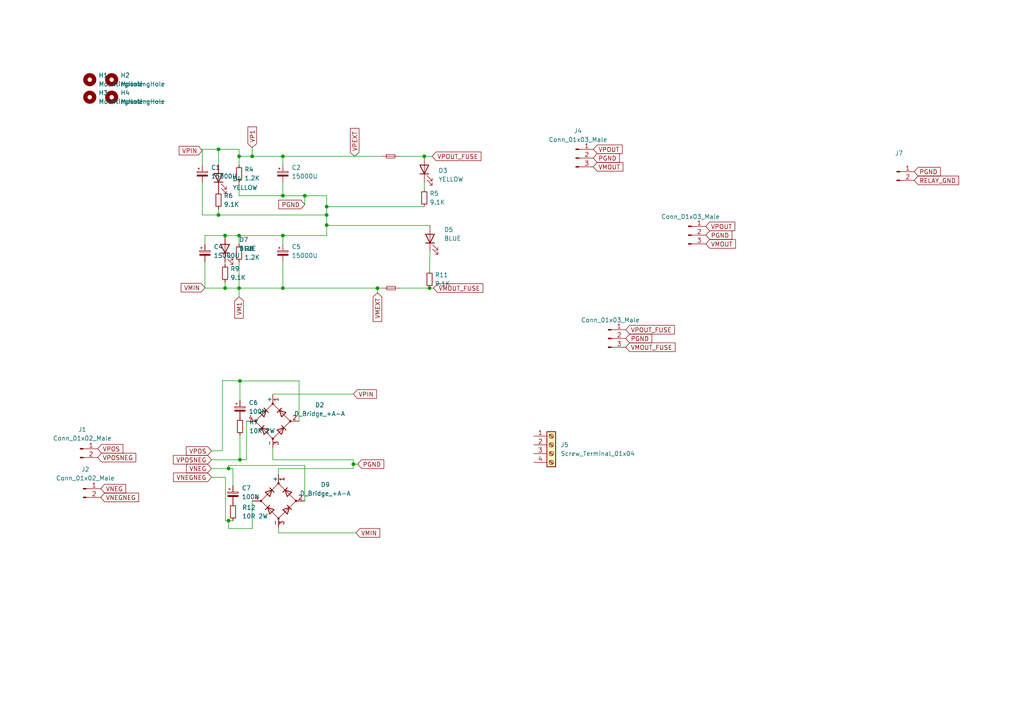
<source format=kicad_sch>
(kicad_sch (version 20230121) (generator eeschema)
  (paper "A4")
  (lib_symbols
    (symbol "Connector:Conn_01x02_Male" (pin_names (offset 1.016) hide)
      (property "Reference" "J" (at 0 2.54 0))
      (property "Value" "Conn_01x02_Male" (at 0 -5.08 0))
      (symbol "Conn_01x02_Male_1_1"
        (polyline (pts (xy 1.27 -2.54) (xy 0.8636 -2.54)) (stroke (width 0.1524)))
        (polyline (pts (xy 1.27 0) (xy 0.8636 0)) (stroke (width 0.1524)))
        (rectangle (start 0.8636 -2.413) (end 0 -2.667) (stroke (width 0.1524)) (fill (type outline)))
        (rectangle (start 0.8636 0.127) (end 0 -0.127) (stroke (width 0.1524)) (fill (type outline)))
        (pin passive line (at 5.08 0 180) (length 3.81) (name "Pin_1") (number "1"))
        (pin passive line (at 5.08 -2.54 180) (length 3.81) (name "Pin_2") (number "2"))
      )
    )
    (symbol "Connector:Conn_01x03_Male" (pin_names (offset 1.016) hide)
      (property "Reference" "J" (at 0 5.08 0))
      (property "Value" "Conn_01x03_Male" (at 0 -5.08 0))
      (symbol "Conn_01x03_Male_1_1"
        (polyline (pts (xy 1.27 -2.54) (xy 0.8636 -2.54)) (stroke (width 0.1524)))
        (polyline (pts (xy 1.27 0) (xy 0.8636 0)) (stroke (width 0.1524)))
        (polyline (pts (xy 1.27 2.54) (xy 0.8636 2.54)) (stroke (width 0.1524)))
        (rectangle (start 0.8636 -2.413) (end 0 -2.667) (stroke (width 0.1524)) (fill (type outline)))
        (rectangle (start 0.8636 0.127) (end 0 -0.127) (stroke (width 0.1524)) (fill (type outline)))
        (rectangle (start 0.8636 2.667) (end 0 2.413) (stroke (width 0.1524)) (fill (type outline)))
        (pin passive line (at 5.08 2.54 180) (length 3.81) (name "Pin_1") (number "1"))
        (pin passive line (at 5.08 0 180) (length 3.81) (name "Pin_2") (number "2"))
        (pin passive line (at 5.08 -2.54 180) (length 3.81) (name "Pin_3") (number "3"))
      )
    )
    (symbol "Connector:Screw_Terminal_01x04" (pin_names (offset 1.016) hide)
      (property "Reference" "J" (at 0 5.08 0))
      (property "Value" "Screw_Terminal_01x04" (at 0 -7.62 0))
      (symbol "Screw_Terminal_01x04_1_1"
        (rectangle (start -1.27 3.81) (end 1.27 -6.35) (stroke (width 0.254)) (fill (type background)))
        (circle (center 0 -5.08) (radius 0.635) (stroke (width 0.1524)))
        (circle (center 0 -2.54) (radius 0.635) (stroke (width 0.1524)))
        (polyline (pts (xy -0.5334 -4.7498) (xy 0.3302 -5.588)) (stroke (width 0.1524)))
        (polyline (pts (xy -0.5334 -2.2098) (xy 0.3302 -3.048)) (stroke (width 0.1524)))
        (polyline (pts (xy -0.5334 0.3302) (xy 0.3302 -0.508)) (stroke (width 0.1524)))
        (polyline (pts (xy -0.5334 2.8702) (xy 0.3302 2.032)) (stroke (width 0.1524)))
        (polyline (pts (xy -0.3556 -4.572) (xy 0.508 -5.4102)) (stroke (width 0.1524)))
        (polyline (pts (xy -0.3556 -2.032) (xy 0.508 -2.8702)) (stroke (width 0.1524)))
        (polyline (pts (xy -0.3556 0.508) (xy 0.508 -0.3302)) (stroke (width 0.1524)))
        (polyline (pts (xy -0.3556 3.048) (xy 0.508 2.2098)) (stroke (width 0.1524)))
        (circle (center 0 0) (radius 0.635) (stroke (width 0.1524)))
        (circle (center 0 2.54) (radius 0.635) (stroke (width 0.1524)))
        (pin passive line (at -5.08 2.54 0) (length 3.81) (name "Pin_1") (number "1"))
        (pin passive line (at -5.08 0 0) (length 3.81) (name "Pin_2") (number "2"))
        (pin passive line (at -5.08 -2.54 0) (length 3.81) (name "Pin_3") (number "3"))
        (pin passive line (at -5.08 -5.08 0) (length 3.81) (name "Pin_4") (number "4"))
      )
    )
    (symbol "Device:C_Polarized_Small" (pin_numbers hide) (pin_names (offset 0.254) hide)
      (property "Reference" "C" (at 0.254 1.778 0))
      (property "Value" "C_Polarized_Small" (at 0.254 -2.032 0))
      (symbol "C_Polarized_Small_0_1"
        (rectangle (start -1.524 -0.3048) (end 1.524 -0.6858) (fill (type outline)))
        (rectangle (start -1.524 0.6858) (end 1.524 0.3048))
        (polyline (pts (xy -1.27 1.524) (xy -0.762 1.524)))
        (polyline (pts (xy -1.016 1.27) (xy -1.016 1.778)))
      )
      (symbol "C_Polarized_Small_1_1"
        (pin passive line (at 0 2.54 270) (length 1.8542) (name "~") (number "1"))
        (pin passive line (at 0 -2.54 90) (length 1.8542) (name "~") (number "2"))
      )
    )
    (symbol "Device:D_Bridge_+A-A" (pin_names (offset 0))
      (property "Reference" "D" (at 2.54 6.985 0))
      (property "Value" "D_Bridge_+A-A" (at 2.54 5.08 0))
      (symbol "D_Bridge_+A-A_0_1"
        (circle (center -5.08 0) (radius 0.254) (fill (type outline)))
        (circle (center 0 -5.08) (radius 0.254) (fill (type outline)))
        (polyline (pts (xy -2.54 3.81) (xy -1.27 2.54)) (stroke (width 0.254)))
        (polyline (pts (xy -1.27 -2.54) (xy -2.54 -3.81)) (stroke (width 0.254)))
        (polyline (pts (xy 2.54 -1.27) (xy 3.81 -2.54)) (stroke (width 0.254)))
        (polyline (pts (xy 2.54 1.27) (xy 3.81 2.54)) (stroke (width 0.254)))
        (polyline (pts (xy -3.81 2.54) (xy -2.54 1.27) (xy -1.905 3.175) (xy -3.81 2.54)) (stroke (width 0.254)))
        (polyline (pts (xy -2.54 -1.27) (xy -3.81 -2.54) (xy -1.905 -3.175) (xy -2.54 -1.27)) (stroke (width 0.254)))
        (polyline (pts (xy 1.27 2.54) (xy 2.54 3.81) (xy 3.175 1.905) (xy 1.27 2.54)) (stroke (width 0.254)))
        (polyline (pts (xy 3.175 -1.905) (xy 1.27 -2.54) (xy 2.54 -3.81) (xy 3.175 -1.905)) (stroke (width 0.254)))
        (polyline (pts (xy -5.08 0) (xy 0 -5.08) (xy 5.08 0) (xy 0 5.08) (xy -5.08 0)))
        (circle (center 0 5.08) (radius 0.254) (fill (type outline)))
        (circle (center 5.08 0) (radius 0.254) (fill (type outline)))
      )
      (symbol "D_Bridge_+A-A_1_1"
        (pin passive line (at 7.62 0 180) (length 2.54) (name "+") (number "1"))
        (pin passive line (at 0 -7.62 90) (length 2.54) (name "~") (number "2"))
        (pin passive line (at -7.62 0 0) (length 2.54) (name "-") (number "3"))
        (pin passive line (at 0 7.62 270) (length 2.54) (name "~") (number "4"))
      )
    )
    (symbol "Device:Fuse_Small" (pin_numbers hide) (pin_names (offset 0.254) hide)
      (property "Reference" "F" (at 0 -1.524 0))
      (property "Value" "Fuse_Small" (at 0 1.524 0))
      (symbol "Fuse_Small_0_1"
        (rectangle (start -1.27 0.508) (end 1.27 -0.508))
        (polyline (pts (xy -1.27 0) (xy 1.27 0)))
      )
      (symbol "Fuse_Small_1_1"
        (pin passive line (at -2.54 0 0) (length 1.27) (name "~") (number "1"))
        (pin passive line (at 2.54 0 180) (length 1.27) (name "~") (number "2"))
      )
    )
    (symbol "Device:LED" (pin_numbers hide) (pin_names (offset 1.016) hide)
      (property "Reference" "D" (at 0 2.54 0))
      (property "Value" "LED" (at 0 -2.54 0))
      (symbol "LED_0_1"
        (polyline (pts (xy -1.27 -1.27) (xy -1.27 1.27)) (stroke (width 0.254)))
        (polyline (pts (xy -1.27 0) (xy 1.27 0)))
        (polyline (pts (xy 1.27 -1.27) (xy 1.27 1.27) (xy -1.27 0) (xy 1.27 -1.27)) (stroke (width 0.254)))
        (polyline (pts (xy -3.048 -0.762) (xy -4.572 -2.286) (xy -3.81 -2.286) (xy -4.572 -2.286) (xy -4.572 -1.524)))
        (polyline (pts (xy -1.778 -0.762) (xy -3.302 -2.286) (xy -2.54 -2.286) (xy -3.302 -2.286) (xy -3.302 -1.524)))
      )
      (symbol "LED_1_1"
        (pin passive line (at -3.81 0 0) (length 2.54) (name "K") (number "1"))
        (pin passive line (at 3.81 0 180) (length 2.54) (name "A") (number "2"))
      )
    )
    (symbol "Device:R_Small" (pin_numbers hide) (pin_names (offset 0.254) hide)
      (property "Reference" "R" (at 0.762 0.508 0))
      (property "Value" "R_Small" (at 0.762 -1.016 0))
      (symbol "R_Small_0_1"
        (rectangle (start -0.762 1.778) (end 0.762 -1.778) (stroke (width 0.2032)))
      )
      (symbol "R_Small_1_1"
        (pin passive line (at 0 2.54 270) (length 0.762) (name "~") (number "1"))
        (pin passive line (at 0 -2.54 90) (length 0.762) (name "~") (number "2"))
      )
    )
    (symbol "Mechanical:MountingHole" (pin_names (offset 1.016))
      (property "Reference" "H" (at 0 5.08 0))
      (property "Value" "MountingHole" (at 0 3.175 0))
      (symbol "MountingHole_0_1"
        (circle (center 0 0) (radius 1.27) (stroke (width 1.27)))
      )
    )
  )
  (junction (at 65.278 68.326))
  (junction (at 69.342 68.326))
  (junction (at 123.063 45.339))
  (junction (at 94.742 65.278))
  (junction (at 69.342 45.339))
  (junction (at 66.294 135.89))
  (junction (at 94.742 62.357))
  (junction (at 82.042 83.566))
  (junction (at 88.392 56.769))
  (junction (at 73.152 45.339))
  (junction (at 82.042 45.339))
  (junction (at 63.373 43.307))
  (junction (at 109.474 83.566))
  (junction (at 66.294 151.003))
  (junction (at 82.042 68.326))
  (junction (at 82.042 56.769))
  (junction (at 65.278 83.566))
  (junction (at 69.342 83.566))
  (junction (at 102.489 134.62))
  (junction (at 69.596 110.49))
  (junction (at 124.587 83.566))
  (junction (at 94.742 59.944))
  (junction (at 63.373 62.357))
  (junction (at 69.596 133.35))
  (wire (pts (xy 59.436 68.326) (xy 65.278 68.326)))
  (wire (pts (xy 67.564 151.003) (xy 66.294 151.003)))
  (wire (pts (xy 65.278 68.326) (xy 69.342 68.326)))
  (wire (pts (xy 80.772 135.89) (xy 102.489 135.89)))
  (wire (pts (xy 94.742 56.769) (xy 94.742 59.944)))
  (wire (pts (xy 69.342 45.339) (xy 69.342 47.879)))
  (wire (pts (xy 69.596 110.49) (xy 64.516 110.363)))
  (wire (pts (xy 82.042 68.326) (xy 94.742 68.326)))
  (wire (pts (xy 69.342 68.326) (xy 82.042 68.326)))
  (wire (pts (xy 65.278 83.566) (xy 69.342 83.566)))
  (wire (pts (xy 69.342 83.566) (xy 69.342 86.106)))
  (wire (pts (xy 102.489 134.62) (xy 102.489 135.89)))
  (wire (pts (xy 80.772 135.89) (xy 80.772 137.668)))
  (wire (pts (xy 58.674 43.307) (xy 58.674 47.879)))
  (wire (pts (xy 61.341 133.35) (xy 69.596 133.35)))
  (wire (pts (xy 64.516 130.683) (xy 61.341 130.81)))
  (wire (pts (xy 66.294 135.89) (xy 67.564 135.89)))
  (wire (pts (xy 73.152 153.289) (xy 66.294 153.289)))
  (wire (pts (xy 64.516 110.363) (xy 64.516 130.683)))
  (wire (pts (xy 63.373 47.752) (xy 63.373 43.307)))
  (wire (pts (xy 94.615 65.405) (xy 94.615 65.278)))
  (wire (pts (xy 79.121 114.554) (xy 79.121 114.3)))
  (wire (pts (xy 102.489 134.62) (xy 103.759 134.62)))
  (wire (pts (xy 73.152 145.288) (xy 73.152 153.289)))
  (wire (pts (xy 123.063 45.339) (xy 125.349 45.339)))
  (wire (pts (xy 88.392 56.769) (xy 94.742 56.769)))
  (wire (pts (xy 58.674 43.307) (xy 63.373 43.307)))
  (wire (pts (xy 124.714 73.025) (xy 124.587 78.486)))
  (wire (pts (xy 82.042 56.769) (xy 82.042 52.959)))
  (wire (pts (xy 63.373 55.499) (xy 63.373 55.372)))
  (wire (pts (xy 73.152 45.339) (xy 82.042 45.339)))
  (wire (pts (xy 80.772 154.559) (xy 103.251 154.559)))
  (wire (pts (xy 80.772 154.559) (xy 80.772 152.908)))
  (wire (pts (xy 82.042 83.566) (xy 109.474 83.566)))
  (wire (pts (xy 69.596 110.49) (xy 69.596 116.078)))
  (wire (pts (xy 69.342 56.769) (xy 82.042 56.769)))
  (wire (pts (xy 82.042 45.339) (xy 110.744 45.339)))
  (wire (pts (xy 109.474 83.566) (xy 110.871 83.566)))
  (wire (pts (xy 115.951 83.566) (xy 124.587 83.566)))
  (wire (pts (xy 88.392 135.001) (xy 66.294 135.001)))
  (wire (pts (xy 58.674 52.959) (xy 58.674 62.357)))
  (wire (pts (xy 59.436 83.566) (xy 65.278 83.566)))
  (wire (pts (xy 66.294 151.003) (xy 65.405 151.003)))
  (wire (pts (xy 123.063 54.864) (xy 123.063 52.959)))
  (wire (pts (xy 58.674 62.357) (xy 63.373 62.357)))
  (wire (pts (xy 86.741 110.49) (xy 86.741 122.174)))
  (wire (pts (xy 94.742 59.944) (xy 94.742 62.357)))
  (wire (pts (xy 63.373 43.307) (xy 69.342 43.307)))
  (wire (pts (xy 69.342 75.946) (xy 69.342 83.566)))
  (wire (pts (xy 65.278 75.946) (xy 65.278 76.708)))
  (wire (pts (xy 82.042 56.769) (xy 88.392 56.769)))
  (wire (pts (xy 94.742 62.357) (xy 94.742 65.278)))
  (wire (pts (xy 79.121 114.3) (xy 102.489 114.3)))
  (wire (pts (xy 69.342 83.566) (xy 82.042 83.566)))
  (wire (pts (xy 82.042 68.326) (xy 82.042 70.866)))
  (wire (pts (xy 88.392 56.769) (xy 88.392 59.309)))
  (wire (pts (xy 46.99 29.464) (xy 41.91 29.337)))
  (wire (pts (xy 69.596 126.238) (xy 69.596 133.35)))
  (wire (pts (xy 61.341 138.43) (xy 65.405 138.43)))
  (wire (pts (xy 63.373 60.579) (xy 63.373 62.357)))
  (wire (pts (xy 115.824 45.339) (xy 123.063 45.339)))
  (wire (pts (xy 65.278 81.788) (xy 65.278 83.566)))
  (wire (pts (xy 124.587 83.566) (xy 125.73 83.566)))
  (wire (pts (xy 79.121 129.794) (xy 79.121 133.35)))
  (wire (pts (xy 67.564 135.89) (xy 67.564 140.843)))
  (wire (pts (xy 59.436 70.866) (xy 59.436 68.326)))
  (wire (pts (xy 66.294 135.001) (xy 66.294 135.89)))
  (wire (pts (xy 69.342 52.959) (xy 69.342 56.769)))
  (wire (pts (xy 79.121 133.35) (xy 102.489 133.35)))
  (wire (pts (xy 69.342 43.307) (xy 69.342 45.339)))
  (wire (pts (xy 94.742 65.278) (xy 94.742 68.326)))
  (wire (pts (xy 86.741 110.49) (xy 69.596 110.49)))
  (wire (pts (xy 82.042 45.339) (xy 82.042 47.879)))
  (wire (pts (xy 94.742 59.944) (xy 123.063 59.944)))
  (wire (pts (xy 109.474 83.566) (xy 109.474 84.963)))
  (wire (pts (xy 71.501 122.174) (xy 71.501 133.35)))
  (wire (pts (xy 73.152 42.799) (xy 73.152 45.339)))
  (wire (pts (xy 65.405 151.003) (xy 65.405 138.43)))
  (wire (pts (xy 82.042 75.946) (xy 82.042 83.566)))
  (wire (pts (xy 102.489 133.35) (xy 102.489 134.62)))
  (wire (pts (xy 66.294 151.003) (xy 66.294 153.289)))
  (wire (pts (xy 69.342 68.326) (xy 69.342 70.866)))
  (wire (pts (xy 63.373 62.357) (xy 94.742 62.357)))
  (wire (pts (xy 88.392 135.001) (xy 88.392 145.288)))
  (wire (pts (xy 94.615 65.278) (xy 94.742 65.278)))
  (wire (pts (xy 61.341 135.89) (xy 66.294 135.89)))
  (wire (pts (xy 94.615 65.405) (xy 124.714 65.405)))
  (wire (pts (xy 59.436 75.946) (xy 59.436 83.566)))
  (wire (pts (xy 69.342 45.339) (xy 73.152 45.339)))
  (wire (pts (xy 69.596 133.35) (xy 71.501 133.35)))
  (global_label "VMEXT" (shape input) (at 109.474 84.963 270) (property "Intersheetrefs" "${INTERSHEET_REFS}" (effects hide)))
  (global_label "VPOSNEG" (shape input) (at 28.321 132.715 0) (property "Intersheetrefs" "${INTERSHEET_REFS}" (effects hide)))
  (global_label "VMIN" (shape input) (at 59.436 83.439 180) (property "Intersheetrefs" "${INTERSHEET_REFS}" (effects hide)))
  (global_label "VP1" (shape input) (at 73.152 42.799 90) (property "Intersheetrefs" "${INTERSHEET_REFS}" (effects hide)))
  (global_label "PGND" (shape input) (at 103.759 134.62 0) (property "Intersheetrefs" "${INTERSHEET_REFS}" (effects hide)))
  (global_label "VNEGNEG" (shape input) (at 61.341 138.43 180) (property "Intersheetrefs" "${INTERSHEET_REFS}" (effects hide)))
  (global_label "RELAY_GND" (shape input) (at 265.176 52.324 0) (property "Intersheetrefs" "${INTERSHEET_REFS}" (effects hide)))
  (global_label "VPIN" (shape input) (at 102.489 114.3 0) (property "Intersheetrefs" "${INTERSHEET_REFS}" (effects hide)))
  (global_label "VMOUT_FUSE" (shape input) (at 125.73 83.566 0) (property "Intersheetrefs" "${INTERSHEET_REFS}" (effects hide)))
  (global_label "VPOUT" (shape input) (at 172.085 43.307 0) (property "Intersheetrefs" "${INTERSHEET_REFS}" (effects hide)))
  (global_label "VPEXT" (shape input) (at 102.87 45.339 90) (property "Intersheetrefs" "${INTERSHEET_REFS}" (effects hide)))
  (global_label "VM1" (shape input) (at 69.342 86.106 270) (property "Intersheetrefs" "${INTERSHEET_REFS}" (effects hide)))
  (global_label "VPIN" (shape input) (at 58.674 43.688 180) (property "Intersheetrefs" "${INTERSHEET_REFS}" (effects hide)))
  (global_label "PGND" (shape input) (at 204.724 68.199 0) (property "Intersheetrefs" "${INTERSHEET_REFS}" (effects hide)))
  (global_label "VPOUT_FUSE" (shape input) (at 181.483 95.631 0) (property "Intersheetrefs" "${INTERSHEET_REFS}" (effects hide)))
  (global_label "PGND" (shape input) (at 172.085 45.847 0) (property "Intersheetrefs" "${INTERSHEET_REFS}" (effects hide)))
  (global_label "VMOUT_FUSE" (shape input) (at 181.483 100.711 0) (property "Intersheetrefs" "${INTERSHEET_REFS}" (effects hide)))
  (global_label "VNEG" (shape input) (at 29.21 141.732 0) (property "Intersheetrefs" "${INTERSHEET_REFS}" (effects hide)))
  (global_label "VPOUT" (shape input) (at 204.724 65.659 0) (property "Intersheetrefs" "${INTERSHEET_REFS}" (effects hide)))
  (global_label "VPOS" (shape input) (at 28.321 130.175 0) (property "Intersheetrefs" "${INTERSHEET_REFS}" (effects hide)))
  (global_label "VMOUT" (shape input) (at 172.085 48.387 0) (property "Intersheetrefs" "${INTERSHEET_REFS}" (effects hide)))
  (global_label "PGND" (shape input) (at 181.483 98.171 0) (property "Intersheetrefs" "${INTERSHEET_REFS}" (effects hide)))
  (global_label "VMOUT" (shape input) (at 204.724 70.739 0) (property "Intersheetrefs" "${INTERSHEET_REFS}" (effects hide)))
  (global_label "VNEGNEG" (shape input) (at 29.21 144.272 0) (property "Intersheetrefs" "${INTERSHEET_REFS}" (effects hide)))
  (global_label "VNEG" (shape input) (at 61.341 135.89 180) (property "Intersheetrefs" "${INTERSHEET_REFS}" (effects hide)))
  (global_label "VPOSNEG" (shape input) (at 61.341 133.35 180) (property "Intersheetrefs" "${INTERSHEET_REFS}" (effects hide)))
  (global_label "PGND" (shape input) (at 265.176 49.784 0) (property "Intersheetrefs" "${INTERSHEET_REFS}" (effects hide)))
  (global_label "VMIN" (shape input) (at 103.251 154.559 0) (property "Intersheetrefs" "${INTERSHEET_REFS}" (effects hide)))
  (global_label "PGND" (shape input) (at 88.392 59.309 180) (property "Intersheetrefs" "${INTERSHEET_REFS}" (effects hide)))
  (global_label "VPOUT_FUSE" (shape input) (at 125.349 45.339 0) (property "Intersheetrefs" "${INTERSHEET_REFS}" (effects hide)))
  (global_label "VPOS" (shape input) (at 61.341 130.81 180) (property "Intersheetrefs" "${INTERSHEET_REFS}" (effects hide)))
  (symbol (lib_id "Device:C_Polarized_Small") (at 82.042 73.406 0) (unit 1)
    (property "Reference" "C5" (at 84.582 71.5898 0) (effects (justify left)))
    (property "Value" "15000U" (at 84.582 74.1298 0) (effects (justify left)))
    (property "Footprint" "Capacitor_THT:CP_Radial_D30.0mm_P10.00mm_SnapIn" (effects hide))
  )
  (symbol (lib_id "Device:R_Small") (at 123.063 57.404 0) (unit 1)
    (property "Reference" "R5" (at 124.587 56.1339 0) (effects (justify left)))
    (property "Value" "9.1K" (at 124.587 58.6739 0) (effects (justify left)))
    (property "Footprint" "Resistor_SMD:R_0805_2012Metric_Pad1.20x1.40mm_HandSolder" (effects hide))
  )
  (symbol (lib_id "Mechanical:MountingHole") (at 26.035 28.194 0) (unit 1)
    (property "Reference" "H3" (at 28.575 26.9239 0) (effects (justify left)))
    (property "Value" "MountingHole" (at 28.575 29.4639 0) (effects (justify left)))
    (property "Footprint" "MountingHole:MountingHole_3mm" (effects hide))
  )
  (symbol (lib_id "Mechanical:MountingHole") (at 26.035 23.114 0) (unit 1)
    (property "Reference" "H1" (at 28.575 21.8439 0) (effects (justify left)))
    (property "Value" "MountingHole" (at 28.575 24.3839 0) (effects (justify left)))
    (property "Footprint" "MountingHole:MountingHole_3mm" (effects hide))
  )
  (symbol (lib_id "Device:C_Polarized_Small") (at 58.674 50.419 0) (unit 1)
    (property "Reference" "C1" (at 61.214 48.6028 0) (effects (justify left)))
    (property "Value" "15000U" (at 61.214 51.1428 0) (effects (justify left)))
    (property "Footprint" "Capacitor_THT:CP_Radial_D30.0mm_P10.00mm_SnapIn" (effects hide))
  )
  (symbol (lib_id "Device:C_Polarized_Small") (at 59.436 73.406 0) (unit 1)
    (property "Reference" "C4" (at 61.976 71.5898 0) (effects (justify left)))
    (property "Value" "15000U" (at 61.976 74.1298 0) (effects (justify left)))
    (property "Footprint" "Capacitor_THT:CP_Radial_D30.0mm_P10.00mm_SnapIn" (effects hide))
  )
  (symbol (lib_id "Device:R_Small") (at 69.596 123.698 0) (unit 1)
    (property "Reference" "R7" (at 72.263 122.4279 0) (effects (justify left)))
    (property "Value" "10R 2W" (at 72.263 124.9679 0) (effects (justify left)))
    (property "Footprint" "Resistor_THT:R_Axial_DIN0411_L9.9mm_D3.6mm_P15.24mm_Horizontal" (effects hide))
  )
  (symbol (lib_id "Connector:Conn_01x03_Male") (at 199.644 68.199 0) (unit 1)
    (property "Reference" "J10" (effects hide))
    (property "Value" "Conn_01x03_Male" (at 200.279 62.865 0))
    (property "Footprint" "Connector_JST:JST_VH_B3P-VH_1x03_P3.96mm_Vertical" (effects hide))
  )
  (symbol (lib_id "Connector:Conn_01x03_Male") (at 176.403 98.171 0) (unit 1)
    (property "Reference" "J3" (effects hide))
    (property "Value" "Conn_01x03_Male" (at 177.038 92.837 0))
    (property "Footprint" "Connector_JST:JST_VH_B3P-VH_1x03_P3.96mm_Vertical" (effects hide))
  )
  (symbol (lib_id "Device:Fuse_Small") (at 113.411 83.566 0) (unit 1)
    (property "Reference" "F2" (effects hide))
    (property "Value" "Fuse_Small" (effects hide))
    (property "Footprint" "Components:Aliexpress Fuse 5x20" (effects hide))
  )
  (symbol (lib_id "Device:D_Bridge_+A-A") (at 79.121 122.174 90) (unit 1)
    (property "Reference" "D2" (at 92.71 117.475 90))
    (property "Value" "D_Bridge_+A-A" (at 92.71 120.015 90))
    (property "Footprint" "Diode_SMD:Diode_Bridge_Vishay_DFS" (effects hide))
  )
  (symbol (lib_id "Device:D_Bridge_+A-A") (at 80.772 145.288 90) (unit 1)
    (property "Reference" "D9" (at 94.361 140.589 90))
    (property "Value" "D_Bridge_+A-A" (at 94.361 143.129 90))
    (property "Footprint" "Diode_SMD:Diode_Bridge_Vishay_DFS" (effects hide))
  )
  (symbol (lib_id "Device:R_Small") (at 124.587 81.026 0) (unit 1)
    (property "Reference" "R11" (at 126.111 79.7559 0) (effects (justify left)))
    (property "Value" "9.1K" (at 126.111 82.2959 0) (effects (justify left)))
    (property "Footprint" "Resistor_SMD:R_0805_2012Metric_Pad1.20x1.40mm_HandSolder" (effects hide))
  )
  (symbol (lib_id "Device:C_Polarized_Small") (at 82.042 50.419 0) (unit 1)
    (property "Reference" "C2" (at 84.582 48.6028 0) (effects (justify left)))
    (property "Value" "15000U" (at 84.582 51.1428 0) (effects (justify left)))
    (property "Footprint" "Capacitor_THT:CP_Radial_D30.0mm_P10.00mm_SnapIn" (effects hide))
  )
  (symbol (lib_id "Device:LED") (at 123.063 49.149 90) (unit 1)
    (property "Reference" "D3" (at 127.127 49.4664 90) (effects (justify right)))
    (property "Value" "YELLOW" (at 127.127 52.0064 90) (effects (justify right)))
    (property "Footprint" "LED_SMD:LED_0805_2012Metric_Pad1.15x1.40mm_HandSolder" (effects hide))
  )
  (symbol (lib_id "Device:R_Small") (at 69.342 50.419 0) (unit 1)
    (property "Reference" "R4" (at 70.866 49.1489 0) (effects (justify left)))
    (property "Value" "1.2K" (at 70.866 51.6889 0) (effects (justify left)))
    (property "Footprint" "Resistor_THT:R_Axial_DIN0414_L11.9mm_D4.5mm_P15.24mm_Horizontal" (effects hide))
  )
  (symbol (lib_id "Device:R_Small") (at 63.373 58.039 0) (unit 1)
    (property "Reference" "R6" (at 64.897 56.7689 0) (effects (justify left)))
    (property "Value" "9.1K" (at 64.897 59.3089 0) (effects (justify left)))
    (property "Footprint" "Resistor_SMD:R_0805_2012Metric_Pad1.20x1.40mm_HandSolder" (effects hide))
  )
  (symbol (lib_id "Device:LED") (at 63.373 51.562 90) (unit 1)
    (property "Reference" "D4" (at 67.437 51.8794 90) (effects (justify right)))
    (property "Value" "YELLOW" (at 67.437 54.4194 90) (effects (justify right)))
    (property "Footprint" "LED_SMD:LED_0805_2012Metric_Pad1.15x1.40mm_HandSolder" (effects hide))
  )
  (symbol (lib_id "Device:R_Small") (at 67.564 148.463 0) (unit 1)
    (property "Reference" "R12" (at 70.231 147.1929 0) (effects (justify left)))
    (property "Value" "10R 2W" (at 70.231 149.7329 0) (effects (justify left)))
    (property "Footprint" "Resistor_THT:R_Axial_DIN0411_L9.9mm_D3.6mm_P15.24mm_Horizontal" (effects hide))
  )
  (symbol (lib_id "Device:C_Polarized_Small") (at 69.596 118.618 0) (unit 1)
    (property "Reference" "C6" (at 72.136 116.8018 0) (effects (justify left)))
    (property "Value" "100N" (at 72.136 119.3418 0) (effects (justify left)))
    (property "Footprint" "Capacitor_THT:C_Rect_L13.0mm_W6.0mm_P10.00mm_FKS3_FKP3_MKS4" (effects hide))
  )
  (symbol (lib_id "Mechanical:MountingHole") (at 32.385 28.194 0) (unit 1)
    (property "Reference" "H4" (at 34.925 26.9239 0) (effects (justify left)))
    (property "Value" "MountingHole" (at 34.925 29.4639 0) (effects (justify left)))
    (property "Footprint" "MountingHole:MountingHole_3.2mm_M3" (effects hide))
  )
  (symbol (lib_id "Connector:Screw_Terminal_01x04") (at 159.893 129.032 0) (unit 1)
    (property "Reference" "J5" (at 162.56 129.032 0) (effects (justify left)))
    (property "Value" "Screw_Terminal_01x04" (at 162.56 131.572 0) (effects (justify left)))
    (property "Footprint" "TerminalBlock:TerminalBlock_Altech_AK300-4_P5.00mm" (effects hide))
  )
  (symbol (lib_id "Device:C_Polarized_Small") (at 67.564 143.383 0) (unit 1)
    (property "Reference" "C7" (at 70.104 141.5668 0) (effects (justify left)))
    (property "Value" "100N" (at 70.104 144.1068 0) (effects (justify left)))
    (property "Footprint" "Capacitor_THT:C_Rect_L13.0mm_W6.0mm_P10.00mm_FKS3_FKP3_MKS4" (effects hide))
  )
  (symbol (lib_id "Device:R_Small") (at 69.342 73.406 0) (unit 1)
    (property "Reference" "R8" (at 70.866 72.1359 0) (effects (justify left)))
    (property "Value" "1.2K" (at 70.866 74.6759 0) (effects (justify left)))
    (property "Footprint" "Resistor_THT:R_Axial_DIN0414_L11.9mm_D4.5mm_P15.24mm_Horizontal" (effects hide))
  )
  (symbol (lib_id "Connector:Conn_01x02_Male") (at 24.13 141.732 0) (unit 1)
    (property "Reference" "J2" (at 24.765 136.144 0))
    (property "Value" "Conn_01x02_Male" (at 24.765 138.684 0))
    (property "Footprint" "Connector_JST:JST_VH_B2P-VH-B_1x02_P3.96mm_Vertical" (effects hide))
  )
  (symbol (lib_id "Connector:Conn_01x02_Male") (at 260.096 49.784 0) (unit 1)
    (property "Reference" "J7" (at 260.731 44.45 0))
    (property "Value" "Conn_01x02_Male" (effects hide))
    (property "Footprint" "Connector_JST:JST_VH_B2P-VH-B_1x02_P3.96mm_Vertical" (effects hide))
  )
  (symbol (lib_id "Mechanical:MountingHole") (at 32.385 23.114 0) (unit 1)
    (property "Reference" "H2" (at 34.925 21.8439 0) (effects (justify left)))
    (property "Value" "MountingHole" (at 34.925 24.3839 0) (effects (justify left)))
    (property "Footprint" "MountingHole:MountingHole_3.2mm_M3" (effects hide))
  )
  (symbol (lib_id "Device:LED") (at 124.714 69.215 90) (unit 1)
    (property "Reference" "D5" (at 128.778 66.6114 90) (effects (justify right)))
    (property "Value" "BLUE" (at 128.778 69.1514 90) (effects (justify right)))
    (property "Footprint" "LED_SMD:LED_0805_2012Metric_Pad1.15x1.40mm_HandSolder" (effects hide))
  )
  (symbol (lib_id "Device:R_Small") (at 65.278 79.248 0) (unit 1)
    (property "Reference" "R9" (at 66.802 77.9779 0) (effects (justify left)))
    (property "Value" "9.1K" (at 66.802 80.5179 0) (effects (justify left)))
    (property "Footprint" "Resistor_SMD:R_0805_2012Metric_Pad1.20x1.40mm_HandSolder" (effects hide))
  )
  (symbol (lib_id "Device:Fuse_Small") (at 113.284 45.339 0) (unit 1)
    (property "Reference" "F1" (effects hide))
    (property "Value" "Fuse_Small" (effects hide))
    (property "Footprint" "Components:Aliexpress Fuse 5x20" (effects hide))
  )
  (symbol (lib_id "Connector:Conn_01x03_Male") (at 167.005 45.847 0) (unit 1)
    (property "Reference" "J4" (at 167.64 37.973 0))
    (property "Value" "Conn_01x03_Male" (at 167.64 40.513 0))
    (property "Footprint" "Connector_JST:JST_VH_B3P-VH_1x03_P3.96mm_Vertical" (effects hide))
  )
  (symbol (lib_id "Connector:Conn_01x02_Male") (at 23.241 130.175 0) (unit 1)
    (property "Reference" "J1" (at 23.876 124.587 0))
    (property "Value" "Conn_01x02_Male" (at 23.876 127.127 0))
    (property "Footprint" "Connector_JST:JST_VH_B2P-VH-B_1x02_P3.96mm_Vertical" (effects hide))
  )
  (symbol (lib_id "Device:LED") (at 65.278 72.136 90) (unit 1)
    (property "Reference" "D7" (at 69.342 69.5324 90) (effects (justify right)))
    (property "Value" "BLUE" (at 69.342 72.0724 90) (effects (justify right)))
    (property "Footprint" "LED_SMD:LED_0805_2012Metric_Pad1.15x1.40mm_HandSolder" (effects hide))
  )
)
</source>
